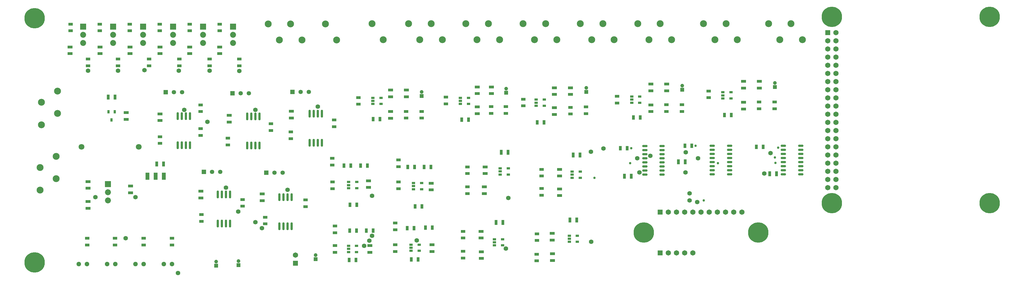
<source format=gts>
G04*
G04 #@! TF.GenerationSoftware,Altium Limited,Altium Designer,21.2.2 (38)*
G04*
G04 Layer_Color=8388736*
%FSLAX25Y25*%
%MOIN*%
G70*
G04*
G04 #@! TF.SameCoordinates,995D3981-EE6D-4FB4-BC24-832038281B60*
G04*
G04*
G04 #@! TF.FilePolarity,Negative*
G04*
G01*
G75*
%ADD16O,0.06496X0.02953*%
%ADD17R,0.03347X0.05512*%
%ADD18R,0.05906X0.03543*%
%ADD19R,0.03543X0.05906*%
%ADD20R,0.04134X0.02953*%
%ADD21O,0.02953X0.09646*%
%ADD22R,0.05512X0.03347*%
%ADD23R,0.04791X0.09091*%
%ADD24R,0.02953X0.04134*%
%ADD25R,0.06496X0.06496*%
%ADD26C,0.06496*%
%ADD27C,0.25000*%
%ADD28C,0.07087*%
%ADD29C,0.08465*%
%ADD30C,0.04528*%
%ADD31R,0.04528X0.04528*%
%ADD32P,0.05670X8X22.5*%
%ADD33C,0.07284*%
%ADD34R,0.07284X0.07284*%
%ADD35C,0.05315*%
%ADD36R,0.05315X0.05315*%
%ADD37R,0.06496X0.06496*%
%ADD38C,0.05591*%
%ADD39C,0.02953*%
D16*
X845370Y-173000D02*
D03*
Y-178000D02*
D03*
Y-183000D02*
D03*
Y-188000D02*
D03*
Y-193000D02*
D03*
Y-198000D02*
D03*
Y-203000D02*
D03*
Y-208000D02*
D03*
X866630Y-173000D02*
D03*
Y-178000D02*
D03*
Y-183000D02*
D03*
Y-188000D02*
D03*
Y-193000D02*
D03*
Y-198000D02*
D03*
Y-203000D02*
D03*
Y-208000D02*
D03*
X784130Y-208250D02*
D03*
Y-203250D02*
D03*
Y-198250D02*
D03*
Y-193250D02*
D03*
Y-188250D02*
D03*
Y-183250D02*
D03*
Y-178250D02*
D03*
Y-173250D02*
D03*
X762870Y-208250D02*
D03*
Y-203250D02*
D03*
Y-198250D02*
D03*
Y-193250D02*
D03*
Y-188250D02*
D03*
Y-183250D02*
D03*
Y-178250D02*
D03*
Y-173250D02*
D03*
X953630Y-208000D02*
D03*
Y-203000D02*
D03*
Y-198000D02*
D03*
Y-193000D02*
D03*
Y-188000D02*
D03*
Y-183000D02*
D03*
Y-178000D02*
D03*
Y-173000D02*
D03*
X932370Y-208000D02*
D03*
Y-203000D02*
D03*
Y-198000D02*
D03*
Y-193000D02*
D03*
Y-188000D02*
D03*
Y-183000D02*
D03*
Y-178000D02*
D03*
Y-173000D02*
D03*
D17*
X477366Y-312500D02*
D03*
X485634D02*
D03*
X503000Y-273500D02*
D03*
X494732D02*
D03*
X401366Y-313000D02*
D03*
X409634D02*
D03*
X741334Y-176100D02*
D03*
X733066D02*
D03*
X820134Y-173000D02*
D03*
X811866D02*
D03*
X907534Y-174500D02*
D03*
X899266D02*
D03*
X439000Y-140500D02*
D03*
X430732D02*
D03*
X547134Y-141000D02*
D03*
X538866D02*
D03*
X639634Y-144500D02*
D03*
X631366D02*
D03*
X757134Y-138500D02*
D03*
X748866D02*
D03*
X868634Y-135500D02*
D03*
X860366D02*
D03*
X423634Y-197500D02*
D03*
X415366D02*
D03*
X501134Y-199000D02*
D03*
X492866D02*
D03*
X403134Y-197500D02*
D03*
X394866D02*
D03*
X481134Y-199000D02*
D03*
X472866D02*
D03*
X410634Y-245500D02*
D03*
X402366D02*
D03*
X490134Y-247500D02*
D03*
X481866D02*
D03*
X430634Y-277000D02*
D03*
X422366D02*
D03*
X480634Y-274000D02*
D03*
X472366D02*
D03*
X410134Y-277000D02*
D03*
X401866D02*
D03*
D18*
X451866Y-139331D02*
D03*
Y-131063D02*
D03*
X471366Y-113000D02*
D03*
Y-104732D02*
D03*
X770366Y-105634D02*
D03*
Y-97366D02*
D03*
X789611Y-105634D02*
D03*
Y-97366D02*
D03*
X903032Y-102374D02*
D03*
Y-94106D02*
D03*
X254500Y-143949D02*
D03*
Y-135681D02*
D03*
X330624Y-139087D02*
D03*
Y-130819D02*
D03*
X219876Y-236917D02*
D03*
Y-228650D02*
D03*
X295000Y-240417D02*
D03*
Y-232150D02*
D03*
X128740Y-132287D02*
D03*
Y-140555D02*
D03*
X566500Y-231768D02*
D03*
Y-223500D02*
D03*
X650000Y-313634D02*
D03*
Y-305366D02*
D03*
X649500Y-280366D02*
D03*
Y-288634D02*
D03*
X243000Y-51866D02*
D03*
Y-60134D02*
D03*
X557866Y-133634D02*
D03*
Y-125366D02*
D03*
X451866Y-113000D02*
D03*
Y-104732D02*
D03*
X557866Y-109134D02*
D03*
Y-100866D02*
D03*
X575366D02*
D03*
Y-109134D02*
D03*
X652366Y-134634D02*
D03*
Y-126366D02*
D03*
Y-110134D02*
D03*
Y-101866D02*
D03*
X770366Y-131134D02*
D03*
Y-122866D02*
D03*
X672111Y-110134D02*
D03*
Y-101866D02*
D03*
X883787Y-127874D02*
D03*
Y-119606D02*
D03*
Y-102374D02*
D03*
Y-94106D02*
D03*
X170000Y-133866D02*
D03*
Y-142134D02*
D03*
X82000Y-249634D02*
D03*
Y-241366D02*
D03*
Y-225134D02*
D03*
Y-216866D02*
D03*
X134000Y-230634D02*
D03*
Y-222366D02*
D03*
X425000Y-215866D02*
D03*
Y-224134D02*
D03*
X501500Y-218866D02*
D03*
Y-227134D02*
D03*
X502500Y-294366D02*
D03*
Y-302634D02*
D03*
X426500Y-295366D02*
D03*
Y-303634D02*
D03*
X567500Y-198866D02*
D03*
Y-207134D02*
D03*
X563000Y-311134D02*
D03*
Y-302866D02*
D03*
X562500Y-277866D02*
D03*
Y-286134D02*
D03*
X658500Y-234134D02*
D03*
Y-225866D02*
D03*
Y-201866D02*
D03*
Y-210134D02*
D03*
X60000Y-60134D02*
D03*
Y-51866D02*
D03*
X96600D02*
D03*
Y-60134D02*
D03*
X133200Y-51866D02*
D03*
Y-60134D02*
D03*
X169800Y-51866D02*
D03*
Y-60134D02*
D03*
X206400Y-51866D02*
D03*
Y-60134D02*
D03*
D19*
X114874Y-113421D02*
D03*
X106606D02*
D03*
X595500Y-181000D02*
D03*
X587232D02*
D03*
X679634Y-264000D02*
D03*
X671366D02*
D03*
X746234Y-210200D02*
D03*
X737966D02*
D03*
X812200Y-192700D02*
D03*
X803932D02*
D03*
X915766Y-207400D02*
D03*
X924034D02*
D03*
X174134Y-195500D02*
D03*
X165866D02*
D03*
X589134Y-267000D02*
D03*
X580866D02*
D03*
X683634Y-184500D02*
D03*
X675366D02*
D03*
D20*
X639866Y-116500D02*
D03*
Y-123980D02*
D03*
X630024D02*
D03*
Y-120240D02*
D03*
Y-116500D02*
D03*
X756787Y-112760D02*
D03*
Y-120240D02*
D03*
X746945D02*
D03*
Y-116500D02*
D03*
Y-112760D02*
D03*
X868209Y-107500D02*
D03*
Y-114980D02*
D03*
X858366D02*
D03*
Y-111240D02*
D03*
Y-107500D02*
D03*
X410500Y-217500D02*
D03*
Y-224980D02*
D03*
X400657D02*
D03*
Y-221240D02*
D03*
Y-217500D02*
D03*
X588921Y-287626D02*
D03*
Y-295106D02*
D03*
X579079D02*
D03*
Y-291366D02*
D03*
Y-287626D02*
D03*
X683921Y-204760D02*
D03*
Y-212240D02*
D03*
X674079D02*
D03*
Y-208500D02*
D03*
Y-204760D02*
D03*
X680343Y-283260D02*
D03*
Y-290740D02*
D03*
X670500D02*
D03*
Y-287000D02*
D03*
Y-283260D02*
D03*
X440287Y-114260D02*
D03*
Y-121740D02*
D03*
X430445D02*
D03*
Y-118000D02*
D03*
Y-114260D02*
D03*
X547287D02*
D03*
Y-121740D02*
D03*
X537445D02*
D03*
Y-118000D02*
D03*
Y-114260D02*
D03*
X480079Y-218760D02*
D03*
Y-222500D02*
D03*
Y-226240D02*
D03*
X489921D02*
D03*
Y-218760D02*
D03*
X486921Y-294260D02*
D03*
Y-301740D02*
D03*
X477079D02*
D03*
Y-298000D02*
D03*
Y-294260D02*
D03*
X410421Y-295760D02*
D03*
Y-303240D02*
D03*
X400579D02*
D03*
Y-299500D02*
D03*
Y-295760D02*
D03*
X595921Y-200760D02*
D03*
Y-208240D02*
D03*
X586079D02*
D03*
Y-204500D02*
D03*
Y-200760D02*
D03*
D21*
X276500Y-172630D02*
D03*
X281500D02*
D03*
X286500D02*
D03*
X291500D02*
D03*
X276500Y-137000D02*
D03*
X281500D02*
D03*
X286500D02*
D03*
X291500D02*
D03*
X316000Y-271815D02*
D03*
X321000D02*
D03*
X326000D02*
D03*
X331000D02*
D03*
X316000Y-236185D02*
D03*
X321000D02*
D03*
X326000D02*
D03*
X331000D02*
D03*
X191500Y-172315D02*
D03*
X196500D02*
D03*
X201500D02*
D03*
X206500D02*
D03*
X191500Y-136685D02*
D03*
X196500D02*
D03*
X201500D02*
D03*
X206500D02*
D03*
X353000Y-169315D02*
D03*
X358000D02*
D03*
X363000D02*
D03*
X368000D02*
D03*
X353000Y-133685D02*
D03*
X358000D02*
D03*
X363000D02*
D03*
X368000D02*
D03*
X240500Y-268315D02*
D03*
X245500D02*
D03*
X250500D02*
D03*
X255500D02*
D03*
X240500Y-232685D02*
D03*
X245500D02*
D03*
X250500D02*
D03*
X255500D02*
D03*
D22*
X242803Y-32134D02*
D03*
Y-23866D02*
D03*
X471122Y-130866D02*
D03*
Y-139134D02*
D03*
X593071Y-133437D02*
D03*
Y-125169D02*
D03*
X575122D02*
D03*
Y-133437D02*
D03*
X808366Y-130937D02*
D03*
Y-122669D02*
D03*
X789366D02*
D03*
Y-130937D02*
D03*
X728866Y-120634D02*
D03*
Y-112366D02*
D03*
X921787Y-127677D02*
D03*
Y-119409D02*
D03*
X902787D02*
D03*
Y-127677D02*
D03*
X457500Y-267732D02*
D03*
Y-276000D02*
D03*
X298727Y-260551D02*
D03*
Y-268819D02*
D03*
X305500Y-145941D02*
D03*
Y-154209D02*
D03*
X348000Y-239311D02*
D03*
Y-247579D02*
D03*
X219500Y-131134D02*
D03*
Y-122866D02*
D03*
X150000Y-286366D02*
D03*
Y-294634D02*
D03*
X82000Y-66732D02*
D03*
Y-75000D02*
D03*
X118500Y-66732D02*
D03*
Y-75000D02*
D03*
X156500Y-66732D02*
D03*
Y-75000D02*
D03*
X60500Y-32134D02*
D03*
Y-23866D02*
D03*
X96403Y-32134D02*
D03*
Y-23866D02*
D03*
X133003Y-32134D02*
D03*
Y-23866D02*
D03*
X193500Y-66732D02*
D03*
Y-75000D02*
D03*
X230500Y-66732D02*
D03*
Y-75000D02*
D03*
X267000D02*
D03*
Y-66732D02*
D03*
X169603Y-32134D02*
D03*
Y-23866D02*
D03*
X206203Y-32134D02*
D03*
Y-23866D02*
D03*
X489866Y-139134D02*
D03*
Y-130866D02*
D03*
X412500Y-122134D02*
D03*
Y-113866D02*
D03*
X519500Y-121634D02*
D03*
Y-113366D02*
D03*
X691000Y-125366D02*
D03*
Y-133634D02*
D03*
X672000Y-125866D02*
D03*
Y-134134D02*
D03*
X614366Y-124134D02*
D03*
Y-115866D02*
D03*
X841000Y-114134D02*
D03*
Y-105866D02*
D03*
X115000Y-294634D02*
D03*
Y-286366D02*
D03*
X184500D02*
D03*
Y-294634D02*
D03*
X81000D02*
D03*
Y-286366D02*
D03*
X380500Y-188366D02*
D03*
Y-196634D02*
D03*
X381000Y-225634D02*
D03*
Y-217366D02*
D03*
X461500Y-190366D02*
D03*
Y-198634D02*
D03*
Y-225634D02*
D03*
Y-217366D02*
D03*
X457500Y-302634D02*
D03*
Y-294366D02*
D03*
X384000Y-271366D02*
D03*
Y-279634D02*
D03*
Y-303634D02*
D03*
Y-295366D02*
D03*
X546000Y-223366D02*
D03*
Y-231634D02*
D03*
Y-198866D02*
D03*
Y-207134D02*
D03*
X540500Y-302366D02*
D03*
Y-310634D02*
D03*
Y-277866D02*
D03*
Y-286134D02*
D03*
X636500Y-225366D02*
D03*
Y-233634D02*
D03*
Y-201866D02*
D03*
Y-210134D02*
D03*
X630500Y-305866D02*
D03*
Y-314134D02*
D03*
X631000Y-280866D02*
D03*
Y-289134D02*
D03*
X170000Y-161866D02*
D03*
Y-170134D02*
D03*
X253000Y-163681D02*
D03*
Y-171949D02*
D03*
X330000Y-156126D02*
D03*
Y-164394D02*
D03*
X220500Y-257366D02*
D03*
Y-265634D02*
D03*
X219500Y-152106D02*
D03*
Y-160374D02*
D03*
X383000Y-141366D02*
D03*
Y-149634D02*
D03*
X271000Y-238866D02*
D03*
Y-247134D02*
D03*
D23*
X174500Y-210500D02*
D03*
X164500D02*
D03*
X154500D02*
D03*
D24*
X110740Y-141343D02*
D03*
X107000Y-131500D02*
D03*
X114480D02*
D03*
D25*
X986600Y-34200D02*
D03*
X335500Y-317000D02*
D03*
D26*
X996600Y-34200D02*
D03*
X986600Y-44200D02*
D03*
X996600D02*
D03*
X986600Y-54200D02*
D03*
X996600D02*
D03*
X986600Y-64200D02*
D03*
X996600D02*
D03*
X986600Y-74200D02*
D03*
X996600D02*
D03*
X986600Y-84200D02*
D03*
X996600D02*
D03*
X986600Y-94200D02*
D03*
X996600D02*
D03*
X986600Y-104200D02*
D03*
X996600D02*
D03*
X986600Y-114200D02*
D03*
X996600D02*
D03*
X986600Y-124200D02*
D03*
X996600D02*
D03*
X986600Y-134200D02*
D03*
X996600D02*
D03*
X986600Y-144200D02*
D03*
X996600D02*
D03*
X986600Y-154200D02*
D03*
X996600D02*
D03*
X986600Y-164200D02*
D03*
X996600D02*
D03*
X986600Y-174200D02*
D03*
X996600D02*
D03*
X986600Y-184200D02*
D03*
X996600D02*
D03*
X986600Y-194200D02*
D03*
X996600D02*
D03*
X986600Y-204200D02*
D03*
X996600D02*
D03*
X986600Y-214200D02*
D03*
X996600D02*
D03*
X986600Y-224200D02*
D03*
X996600D02*
D03*
X335500Y-307000D02*
D03*
X881500Y-254500D02*
D03*
X871500D02*
D03*
X861500D02*
D03*
X851500D02*
D03*
X841500D02*
D03*
X831500D02*
D03*
X821500D02*
D03*
X811500D02*
D03*
X801500D02*
D03*
X791500D02*
D03*
X821500Y-304500D02*
D03*
X811500D02*
D03*
X801500D02*
D03*
X791500D02*
D03*
D27*
X991600Y-15027D02*
D03*
Y-243373D02*
D03*
X1184513D02*
D03*
Y-15027D02*
D03*
X901500Y-279500D02*
D03*
X761500D02*
D03*
X16622Y-315976D02*
D03*
Y-16622D02*
D03*
D28*
X144000Y-174500D02*
D03*
X74000D02*
D03*
D29*
X443000Y-43000D02*
D03*
X429220Y-23315D02*
D03*
X515248Y-43000D02*
D03*
X501469Y-23315D02*
D03*
X487689Y-43000D02*
D03*
X473909Y-23315D02*
D03*
X585311Y-43000D02*
D03*
X571531Y-23315D02*
D03*
X557752Y-43000D02*
D03*
X543972Y-23315D02*
D03*
X655374Y-43000D02*
D03*
X641594Y-23315D02*
D03*
X627815Y-43000D02*
D03*
X614035Y-23315D02*
D03*
X725437Y-43000D02*
D03*
X711657Y-23315D02*
D03*
X697878Y-43000D02*
D03*
X684098Y-23315D02*
D03*
X372283Y-23815D02*
D03*
X386063Y-43500D02*
D03*
X795500Y-43000D02*
D03*
X781720Y-23315D02*
D03*
X767941Y-43000D02*
D03*
X754161Y-23315D02*
D03*
X43000Y-185941D02*
D03*
X23315Y-199720D02*
D03*
X43000Y-213500D02*
D03*
X23315Y-227280D02*
D03*
X876059Y-43000D02*
D03*
X862280Y-23315D02*
D03*
X848500Y-43000D02*
D03*
X834720Y-23315D02*
D03*
X914220D02*
D03*
X928000Y-43000D02*
D03*
X941780Y-23315D02*
D03*
X955559Y-43000D02*
D03*
X44500Y-105941D02*
D03*
X24815Y-119720D02*
D03*
X44500Y-133500D02*
D03*
X24815Y-147280D02*
D03*
X343559Y-43500D02*
D03*
X329780Y-23815D02*
D03*
X316000Y-43500D02*
D03*
X302220Y-23815D02*
D03*
D30*
X490000Y-107000D02*
D03*
X691366Y-102000D02*
D03*
X808661Y-99402D02*
D03*
X922083Y-96142D02*
D03*
X238500Y-315000D02*
D03*
X266000Y-314500D02*
D03*
X360366Y-307000D02*
D03*
X593366Y-103000D02*
D03*
D31*
X490000Y-112000D02*
D03*
X691366Y-107000D02*
D03*
X808661Y-104402D02*
D03*
X922083Y-101142D02*
D03*
X238500Y-320000D02*
D03*
X266000Y-319500D02*
D03*
X360366Y-312000D02*
D03*
X593366Y-108000D02*
D03*
D32*
X115167Y-318000D02*
D03*
X105167D02*
D03*
X149833D02*
D03*
X139833D02*
D03*
X184500D02*
D03*
X174500D02*
D03*
X80500D02*
D03*
X70500D02*
D03*
D33*
X106319Y-240000D02*
D03*
Y-230000D02*
D03*
X75819Y-47000D02*
D03*
Y-37000D02*
D03*
X112519Y-47000D02*
D03*
Y-37000D02*
D03*
X149219Y-47000D02*
D03*
Y-37000D02*
D03*
X185919Y-47000D02*
D03*
Y-37000D02*
D03*
X222619Y-47000D02*
D03*
Y-37000D02*
D03*
X259319Y-47000D02*
D03*
Y-37000D02*
D03*
D34*
X106319Y-220000D02*
D03*
X75819Y-27000D02*
D03*
X112519D02*
D03*
X149219D02*
D03*
X185919D02*
D03*
X222619D02*
D03*
X259319D02*
D03*
D35*
X278500Y-108815D02*
D03*
X268500D02*
D03*
X243500Y-205000D02*
D03*
X233500D02*
D03*
X320000Y-206185D02*
D03*
X310000D02*
D03*
X197000Y-107500D02*
D03*
X187000D02*
D03*
X352000Y-107000D02*
D03*
X342000D02*
D03*
D36*
X258500Y-108815D02*
D03*
X223500Y-205000D02*
D03*
X300000Y-206185D02*
D03*
X177000Y-107500D02*
D03*
X332000Y-107000D02*
D03*
D37*
X781500Y-254500D02*
D03*
Y-304500D02*
D03*
D38*
X769493Y-185400D02*
D03*
X828082Y-188425D02*
D03*
X753775D02*
D03*
X596000Y-237000D02*
D03*
X192000Y-329000D02*
D03*
X429200Y-283432D02*
D03*
X908800Y-207134D02*
D03*
X756200Y-205600D02*
D03*
X812700D02*
D03*
X813000Y-181000D02*
D03*
X199500Y-129000D02*
D03*
X128000Y-286400D02*
D03*
X286500Y-266800D02*
D03*
X419740Y-295760D02*
D03*
X426100Y-289400D02*
D03*
X429200Y-234400D02*
D03*
X294700Y-274100D02*
D03*
X916700Y-182000D02*
D03*
X697100Y-180500D02*
D03*
X712300Y-176300D02*
D03*
X483800Y-289000D02*
D03*
X139833Y-235987D02*
D03*
X90987D02*
D03*
X82000Y-81000D02*
D03*
X118500D02*
D03*
X151000Y-80500D02*
D03*
X193000Y-81000D02*
D03*
X230500D02*
D03*
X267000Y-81500D02*
D03*
X286500Y-129000D02*
D03*
X363000Y-125000D02*
D03*
X265500Y-253800D02*
D03*
X227900Y-143800D02*
D03*
X250500Y-224500D02*
D03*
X326000Y-227000D02*
D03*
X592815Y-299000D02*
D03*
X827000Y-242000D02*
D03*
X697260Y-290740D02*
D03*
X817500Y-240000D02*
D03*
Y-231500D02*
D03*
D39*
X852400Y-194400D02*
D03*
X746374Y-176100D02*
D03*
X922000Y-187250D02*
D03*
X825000Y-173000D02*
D03*
X701260Y-212240D02*
D03*
X925917Y-175217D02*
D03*
X922564Y-194136D02*
D03*
X745100Y-194500D02*
D03*
X834800Y-239900D02*
D03*
M02*

</source>
